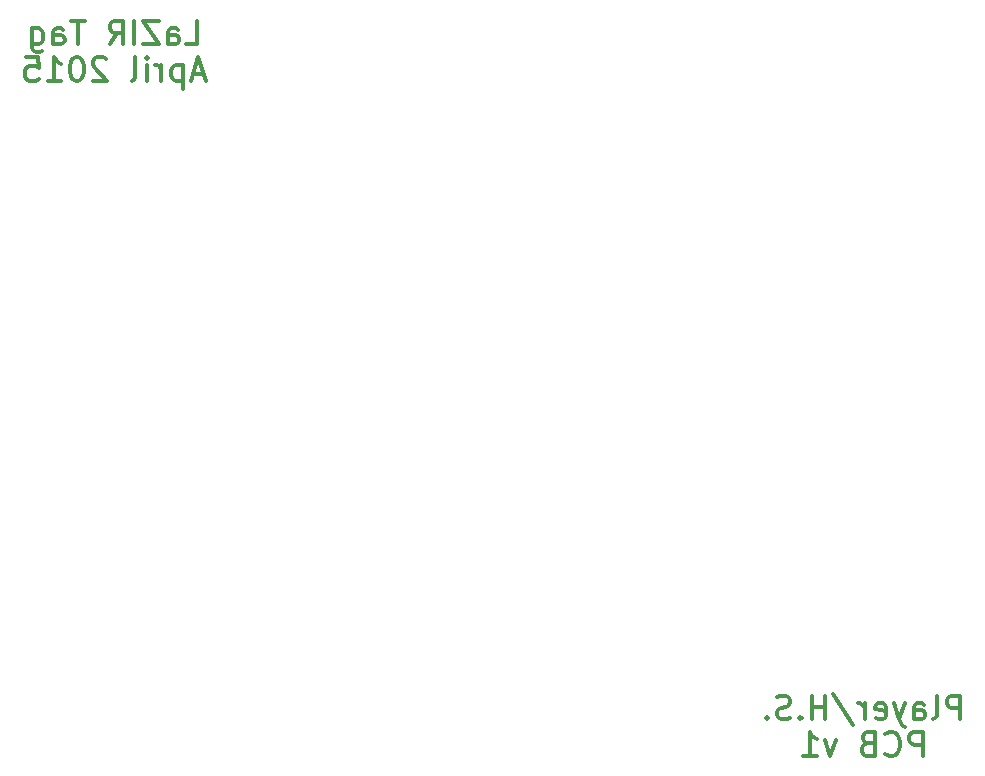
<source format=gbo>
G04 (created by PCBNEW (2013-07-07 BZR 4022)-stable) date 5/1/2015 4:36:49 PM*
%MOIN*%
G04 Gerber Fmt 3.4, Leading zero omitted, Abs format*
%FSLAX34Y34*%
G01*
G70*
G90*
G04 APERTURE LIST*
%ADD10C,0.00590551*%
%ADD11C,0.011811*%
G04 APERTURE END LIST*
G54D10*
G54D11*
X50624Y-57818D02*
X50624Y-57031D01*
X50324Y-57031D01*
X50249Y-57068D01*
X50212Y-57106D01*
X50174Y-57181D01*
X50174Y-57293D01*
X50212Y-57368D01*
X50249Y-57406D01*
X50324Y-57443D01*
X50624Y-57443D01*
X49724Y-57818D02*
X49799Y-57781D01*
X49837Y-57706D01*
X49837Y-57031D01*
X49087Y-57818D02*
X49087Y-57406D01*
X49124Y-57331D01*
X49199Y-57293D01*
X49349Y-57293D01*
X49424Y-57331D01*
X49087Y-57781D02*
X49162Y-57818D01*
X49349Y-57818D01*
X49424Y-57781D01*
X49462Y-57706D01*
X49462Y-57631D01*
X49424Y-57556D01*
X49349Y-57518D01*
X49162Y-57518D01*
X49087Y-57481D01*
X48787Y-57293D02*
X48599Y-57818D01*
X48412Y-57293D02*
X48599Y-57818D01*
X48674Y-58006D01*
X48712Y-58043D01*
X48787Y-58081D01*
X47812Y-57781D02*
X47887Y-57818D01*
X48037Y-57818D01*
X48112Y-57781D01*
X48149Y-57706D01*
X48149Y-57406D01*
X48112Y-57331D01*
X48037Y-57293D01*
X47887Y-57293D01*
X47812Y-57331D01*
X47774Y-57406D01*
X47774Y-57481D01*
X48149Y-57556D01*
X47437Y-57818D02*
X47437Y-57293D01*
X47437Y-57443D02*
X47399Y-57368D01*
X47362Y-57331D01*
X47287Y-57293D01*
X47212Y-57293D01*
X46387Y-56993D02*
X47062Y-58006D01*
X46125Y-57818D02*
X46125Y-57031D01*
X46125Y-57406D02*
X45675Y-57406D01*
X45675Y-57818D02*
X45675Y-57031D01*
X45300Y-57743D02*
X45262Y-57781D01*
X45300Y-57818D01*
X45337Y-57781D01*
X45300Y-57743D01*
X45300Y-57818D01*
X44962Y-57781D02*
X44850Y-57818D01*
X44662Y-57818D01*
X44587Y-57781D01*
X44550Y-57743D01*
X44512Y-57668D01*
X44512Y-57593D01*
X44550Y-57518D01*
X44587Y-57481D01*
X44662Y-57443D01*
X44812Y-57406D01*
X44887Y-57368D01*
X44925Y-57331D01*
X44962Y-57256D01*
X44962Y-57181D01*
X44925Y-57106D01*
X44887Y-57068D01*
X44812Y-57031D01*
X44625Y-57031D01*
X44512Y-57068D01*
X44175Y-57743D02*
X44137Y-57781D01*
X44175Y-57818D01*
X44212Y-57781D01*
X44175Y-57743D01*
X44175Y-57818D01*
X49368Y-59039D02*
X49368Y-58251D01*
X49068Y-58251D01*
X48993Y-58289D01*
X48956Y-58326D01*
X48918Y-58401D01*
X48918Y-58514D01*
X48956Y-58589D01*
X48993Y-58626D01*
X49068Y-58664D01*
X49368Y-58664D01*
X48131Y-58964D02*
X48168Y-59001D01*
X48281Y-59039D01*
X48356Y-59039D01*
X48468Y-59001D01*
X48543Y-58926D01*
X48581Y-58851D01*
X48618Y-58701D01*
X48618Y-58589D01*
X48581Y-58439D01*
X48543Y-58364D01*
X48468Y-58289D01*
X48356Y-58251D01*
X48281Y-58251D01*
X48168Y-58289D01*
X48131Y-58326D01*
X47531Y-58626D02*
X47418Y-58664D01*
X47381Y-58701D01*
X47343Y-58776D01*
X47343Y-58889D01*
X47381Y-58964D01*
X47418Y-59001D01*
X47493Y-59039D01*
X47793Y-59039D01*
X47793Y-58251D01*
X47531Y-58251D01*
X47456Y-58289D01*
X47418Y-58326D01*
X47381Y-58401D01*
X47381Y-58476D01*
X47418Y-58551D01*
X47456Y-58589D01*
X47531Y-58626D01*
X47793Y-58626D01*
X46481Y-58514D02*
X46293Y-59039D01*
X46106Y-58514D01*
X45394Y-59039D02*
X45843Y-59039D01*
X45618Y-59039D02*
X45618Y-58251D01*
X45693Y-58364D01*
X45768Y-58439D01*
X45843Y-58476D01*
X24820Y-35318D02*
X25195Y-35318D01*
X25195Y-34531D01*
X24221Y-35318D02*
X24221Y-34906D01*
X24258Y-34831D01*
X24333Y-34793D01*
X24483Y-34793D01*
X24558Y-34831D01*
X24221Y-35281D02*
X24296Y-35318D01*
X24483Y-35318D01*
X24558Y-35281D01*
X24595Y-35206D01*
X24595Y-35131D01*
X24558Y-35056D01*
X24483Y-35018D01*
X24296Y-35018D01*
X24221Y-34981D01*
X23921Y-34531D02*
X23396Y-34531D01*
X23921Y-35318D01*
X23396Y-35318D01*
X23096Y-35318D02*
X23096Y-34531D01*
X22271Y-35318D02*
X22533Y-34943D01*
X22721Y-35318D02*
X22721Y-34531D01*
X22421Y-34531D01*
X22346Y-34568D01*
X22308Y-34606D01*
X22271Y-34681D01*
X22271Y-34793D01*
X22308Y-34868D01*
X22346Y-34906D01*
X22421Y-34943D01*
X22721Y-34943D01*
X21446Y-34531D02*
X20996Y-34531D01*
X21221Y-35318D02*
X21221Y-34531D01*
X20396Y-35318D02*
X20396Y-34906D01*
X20434Y-34831D01*
X20508Y-34793D01*
X20658Y-34793D01*
X20733Y-34831D01*
X20396Y-35281D02*
X20471Y-35318D01*
X20658Y-35318D01*
X20733Y-35281D01*
X20771Y-35206D01*
X20771Y-35131D01*
X20733Y-35056D01*
X20658Y-35018D01*
X20471Y-35018D01*
X20396Y-34981D01*
X19684Y-34793D02*
X19684Y-35431D01*
X19721Y-35506D01*
X19759Y-35543D01*
X19834Y-35581D01*
X19946Y-35581D01*
X20021Y-35543D01*
X19684Y-35281D02*
X19759Y-35318D01*
X19909Y-35318D01*
X19984Y-35281D01*
X20021Y-35243D01*
X20059Y-35168D01*
X20059Y-34943D01*
X20021Y-34868D01*
X19984Y-34831D01*
X19909Y-34793D01*
X19759Y-34793D01*
X19684Y-34831D01*
X25420Y-36314D02*
X25045Y-36314D01*
X25495Y-36539D02*
X25233Y-35751D01*
X24970Y-36539D01*
X24708Y-36014D02*
X24708Y-36801D01*
X24708Y-36051D02*
X24633Y-36014D01*
X24483Y-36014D01*
X24408Y-36051D01*
X24371Y-36089D01*
X24333Y-36164D01*
X24333Y-36389D01*
X24371Y-36464D01*
X24408Y-36501D01*
X24483Y-36539D01*
X24633Y-36539D01*
X24708Y-36501D01*
X23996Y-36539D02*
X23996Y-36014D01*
X23996Y-36164D02*
X23958Y-36089D01*
X23921Y-36051D01*
X23846Y-36014D01*
X23771Y-36014D01*
X23508Y-36539D02*
X23508Y-36014D01*
X23508Y-35751D02*
X23546Y-35789D01*
X23508Y-35826D01*
X23471Y-35789D01*
X23508Y-35751D01*
X23508Y-35826D01*
X23021Y-36539D02*
X23096Y-36501D01*
X23133Y-36426D01*
X23133Y-35751D01*
X22158Y-35826D02*
X22121Y-35789D01*
X22046Y-35751D01*
X21858Y-35751D01*
X21783Y-35789D01*
X21746Y-35826D01*
X21708Y-35901D01*
X21708Y-35976D01*
X21746Y-36089D01*
X22196Y-36539D01*
X21708Y-36539D01*
X21221Y-35751D02*
X21146Y-35751D01*
X21071Y-35789D01*
X21033Y-35826D01*
X20996Y-35901D01*
X20958Y-36051D01*
X20958Y-36239D01*
X20996Y-36389D01*
X21033Y-36464D01*
X21071Y-36501D01*
X21146Y-36539D01*
X21221Y-36539D01*
X21296Y-36501D01*
X21333Y-36464D01*
X21371Y-36389D01*
X21408Y-36239D01*
X21408Y-36051D01*
X21371Y-35901D01*
X21333Y-35826D01*
X21296Y-35789D01*
X21221Y-35751D01*
X20209Y-36539D02*
X20658Y-36539D01*
X20434Y-36539D02*
X20434Y-35751D01*
X20508Y-35864D01*
X20583Y-35939D01*
X20658Y-35976D01*
X19496Y-35751D02*
X19871Y-35751D01*
X19909Y-36126D01*
X19871Y-36089D01*
X19796Y-36051D01*
X19609Y-36051D01*
X19534Y-36089D01*
X19496Y-36126D01*
X19459Y-36201D01*
X19459Y-36389D01*
X19496Y-36464D01*
X19534Y-36501D01*
X19609Y-36539D01*
X19796Y-36539D01*
X19871Y-36501D01*
X19909Y-36464D01*
M02*

</source>
